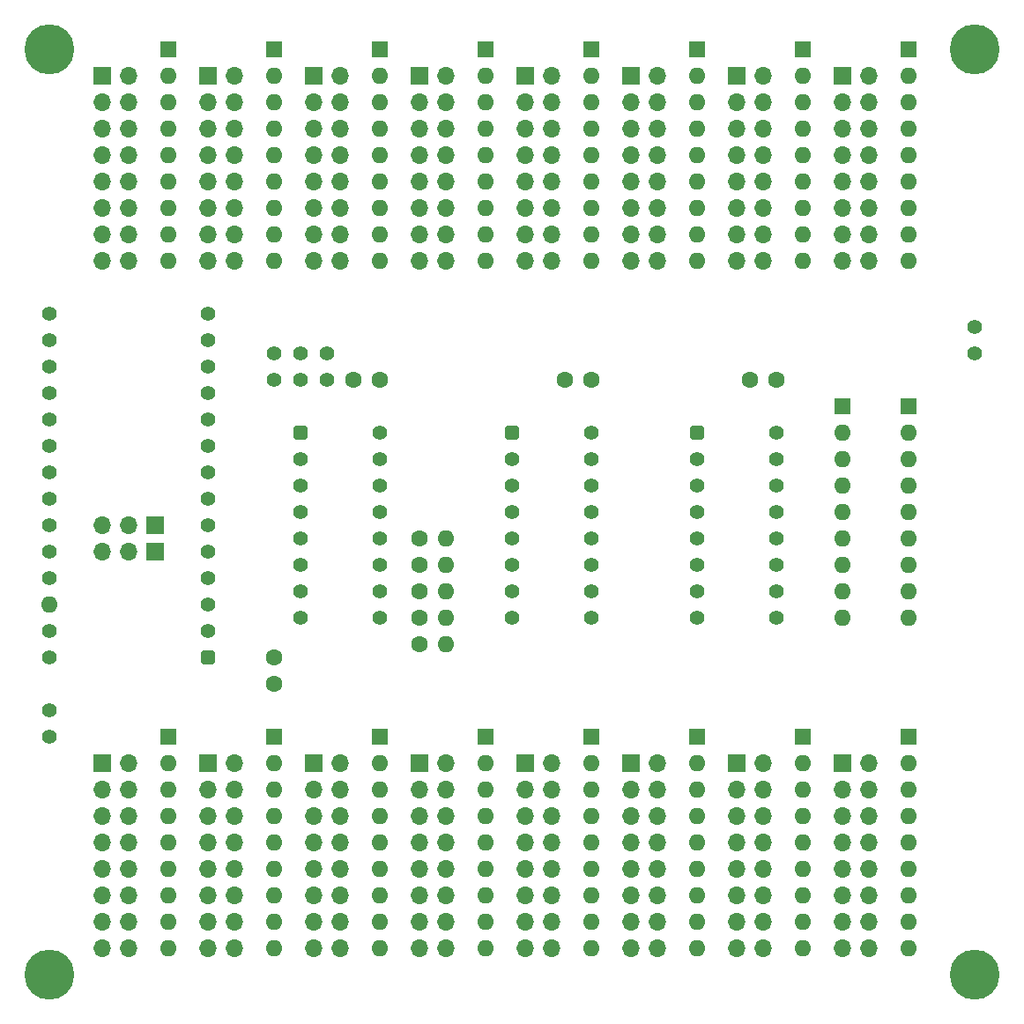
<source format=gbr>
%TF.GenerationSoftware,KiCad,Pcbnew,7.0.2-0*%
%TF.CreationDate,2024-02-04T18:50:32+09:00*%
%TF.ProjectId,cpu-rom,6370752d-726f-46d2-9e6b-696361645f70,rev?*%
%TF.SameCoordinates,Original*%
%TF.FileFunction,Soldermask,Bot*%
%TF.FilePolarity,Negative*%
%FSLAX46Y46*%
G04 Gerber Fmt 4.6, Leading zero omitted, Abs format (unit mm)*
G04 Created by KiCad (PCBNEW 7.0.2-0) date 2024-02-04 18:50:32*
%MOMM*%
%LPD*%
G01*
G04 APERTURE LIST*
G04 Aperture macros list*
%AMRoundRect*
0 Rectangle with rounded corners*
0 $1 Rounding radius*
0 $2 $3 $4 $5 $6 $7 $8 $9 X,Y pos of 4 corners*
0 Add a 4 corners polygon primitive as box body*
4,1,4,$2,$3,$4,$5,$6,$7,$8,$9,$2,$3,0*
0 Add four circle primitives for the rounded corners*
1,1,$1+$1,$2,$3*
1,1,$1+$1,$4,$5*
1,1,$1+$1,$6,$7*
1,1,$1+$1,$8,$9*
0 Add four rect primitives between the rounded corners*
20,1,$1+$1,$2,$3,$4,$5,0*
20,1,$1+$1,$4,$5,$6,$7,0*
20,1,$1+$1,$6,$7,$8,$9,0*
20,1,$1+$1,$8,$9,$2,$3,0*%
G04 Aperture macros list end*
%ADD10C,1.400000*%
%ADD11R,1.700000X1.700000*%
%ADD12O,1.700000X1.700000*%
%ADD13C,1.600000*%
%ADD14O,1.600000X1.600000*%
%ADD15RoundRect,0.350000X-0.350000X-0.350000X0.350000X-0.350000X0.350000X0.350000X-0.350000X0.350000X0*%
%ADD16R,1.600000X1.600000*%
%ADD17C,4.800000*%
%ADD18RoundRect,0.350000X0.350000X0.350000X-0.350000X0.350000X-0.350000X-0.350000X0.350000X-0.350000X0*%
G04 APERTURE END LIST*
D10*
%TO.C,TP9*%
X125730000Y-72390000D03*
X125730000Y-74930000D03*
%TD*%
%TO.C,TP8*%
X123190000Y-72390000D03*
X123190000Y-74930000D03*
%TD*%
%TO.C,TP7*%
X120650000Y-72390000D03*
X120650000Y-74930000D03*
%TD*%
D11*
%TO.C,J18*%
X109220000Y-91440000D03*
D12*
X106680000Y-91440000D03*
X104140000Y-91440000D03*
%TD*%
D11*
%TO.C,J17*%
X109220000Y-88900000D03*
D12*
X106680000Y-88900000D03*
X104140000Y-88900000D03*
%TD*%
D13*
%TO.C,R6*%
X134620000Y-100330000D03*
D14*
X137160000Y-100330000D03*
%TD*%
D13*
%TO.C,R5*%
X134620000Y-97790000D03*
D14*
X137160000Y-97790000D03*
%TD*%
D13*
%TO.C,R4*%
X134620000Y-95250000D03*
D14*
X137160000Y-95250000D03*
%TD*%
D13*
%TO.C,R3*%
X134620000Y-92710000D03*
D14*
X137160000Y-92710000D03*
%TD*%
D13*
%TO.C,R2*%
X134620000Y-90170000D03*
D14*
X137160000Y-90170000D03*
%TD*%
D15*
%TO.C,U3*%
X123190000Y-80010000D03*
D10*
X123190000Y-82550000D03*
X123190000Y-85090000D03*
X123190000Y-87630000D03*
X123190000Y-90170000D03*
X123190000Y-92710000D03*
X123190000Y-95250000D03*
X123190000Y-97790000D03*
X130810000Y-97790000D03*
X130810000Y-95250000D03*
X130810000Y-92710000D03*
X130810000Y-90170000D03*
X130810000Y-87630000D03*
X130810000Y-85090000D03*
X130810000Y-82550000D03*
X130810000Y-80010000D03*
%TD*%
D11*
%TO.C,J8*%
X175260000Y-45720000D03*
D12*
X177800000Y-45720000D03*
X175260000Y-48260000D03*
X177800000Y-48260000D03*
X175260000Y-50800000D03*
X177800000Y-50800000D03*
X175260000Y-53340000D03*
X177800000Y-53340000D03*
X175260000Y-55880000D03*
X177800000Y-55880000D03*
X175260000Y-58420000D03*
X177800000Y-58420000D03*
X175260000Y-60960000D03*
X177800000Y-60960000D03*
X175260000Y-63500000D03*
X177800000Y-63500000D03*
%TD*%
D11*
%TO.C,J7*%
X165100000Y-45720000D03*
D12*
X167640000Y-45720000D03*
X165100000Y-48260000D03*
X167640000Y-48260000D03*
X165100000Y-50800000D03*
X167640000Y-50800000D03*
X165100000Y-53340000D03*
X167640000Y-53340000D03*
X165100000Y-55880000D03*
X167640000Y-55880000D03*
X165100000Y-58420000D03*
X167640000Y-58420000D03*
X165100000Y-60960000D03*
X167640000Y-60960000D03*
X165100000Y-63500000D03*
X167640000Y-63500000D03*
%TD*%
D11*
%TO.C,J6*%
X154940000Y-45720000D03*
D12*
X157480000Y-45720000D03*
X154940000Y-48260000D03*
X157480000Y-48260000D03*
X154940000Y-50800000D03*
X157480000Y-50800000D03*
X154940000Y-53340000D03*
X157480000Y-53340000D03*
X154940000Y-55880000D03*
X157480000Y-55880000D03*
X154940000Y-58420000D03*
X157480000Y-58420000D03*
X154940000Y-60960000D03*
X157480000Y-60960000D03*
X154940000Y-63500000D03*
X157480000Y-63500000D03*
%TD*%
D11*
%TO.C,J5*%
X144780000Y-45720000D03*
D12*
X147320000Y-45720000D03*
X144780000Y-48260000D03*
X147320000Y-48260000D03*
X144780000Y-50800000D03*
X147320000Y-50800000D03*
X144780000Y-53340000D03*
X147320000Y-53340000D03*
X144780000Y-55880000D03*
X147320000Y-55880000D03*
X144780000Y-58420000D03*
X147320000Y-58420000D03*
X144780000Y-60960000D03*
X147320000Y-60960000D03*
X144780000Y-63500000D03*
X147320000Y-63500000D03*
%TD*%
D11*
%TO.C,J4*%
X134620000Y-45720000D03*
D12*
X137160000Y-45720000D03*
X134620000Y-48260000D03*
X137160000Y-48260000D03*
X134620000Y-50800000D03*
X137160000Y-50800000D03*
X134620000Y-53340000D03*
X137160000Y-53340000D03*
X134620000Y-55880000D03*
X137160000Y-55880000D03*
X134620000Y-58420000D03*
X137160000Y-58420000D03*
X134620000Y-60960000D03*
X137160000Y-60960000D03*
X134620000Y-63500000D03*
X137160000Y-63500000D03*
%TD*%
D11*
%TO.C,J3*%
X124460000Y-45720000D03*
D12*
X127000000Y-45720000D03*
X124460000Y-48260000D03*
X127000000Y-48260000D03*
X124460000Y-50800000D03*
X127000000Y-50800000D03*
X124460000Y-53340000D03*
X127000000Y-53340000D03*
X124460000Y-55880000D03*
X127000000Y-55880000D03*
X124460000Y-58420000D03*
X127000000Y-58420000D03*
X124460000Y-60960000D03*
X127000000Y-60960000D03*
X124460000Y-63500000D03*
X127000000Y-63500000D03*
%TD*%
D11*
%TO.C,J2*%
X114300000Y-45720000D03*
D12*
X116840000Y-45720000D03*
X114300000Y-48260000D03*
X116840000Y-48260000D03*
X114300000Y-50800000D03*
X116840000Y-50800000D03*
X114300000Y-53340000D03*
X116840000Y-53340000D03*
X114300000Y-55880000D03*
X116840000Y-55880000D03*
X114300000Y-58420000D03*
X116840000Y-58420000D03*
X114300000Y-60960000D03*
X116840000Y-60960000D03*
X114300000Y-63500000D03*
X116840000Y-63500000D03*
%TD*%
D11*
%TO.C,J1*%
X104140000Y-45720000D03*
D12*
X106680000Y-45720000D03*
X104140000Y-48260000D03*
X106680000Y-48260000D03*
X104140000Y-50800000D03*
X106680000Y-50800000D03*
X104140000Y-53340000D03*
X106680000Y-53340000D03*
X104140000Y-55880000D03*
X106680000Y-55880000D03*
X104140000Y-58420000D03*
X106680000Y-58420000D03*
X104140000Y-60960000D03*
X106680000Y-60960000D03*
X104140000Y-63500000D03*
X106680000Y-63500000D03*
%TD*%
D16*
%TO.C,D8*%
X181610000Y-43165000D03*
D14*
X181610000Y-45705000D03*
X181610000Y-48245000D03*
X181610000Y-50785000D03*
X181610000Y-53325000D03*
X181610000Y-55865000D03*
X181610000Y-58405000D03*
X181610000Y-60945000D03*
X181610000Y-63485000D03*
%TD*%
D16*
%TO.C,D7*%
X171450000Y-43180000D03*
D14*
X171450000Y-45720000D03*
X171450000Y-48260000D03*
X171450000Y-50800000D03*
X171450000Y-53340000D03*
X171450000Y-55880000D03*
X171450000Y-58420000D03*
X171450000Y-60960000D03*
X171450000Y-63500000D03*
%TD*%
D16*
%TO.C,D6*%
X161290000Y-43180000D03*
D14*
X161290000Y-45720000D03*
X161290000Y-48260000D03*
X161290000Y-50800000D03*
X161290000Y-53340000D03*
X161290000Y-55880000D03*
X161290000Y-58420000D03*
X161290000Y-60960000D03*
X161290000Y-63500000D03*
%TD*%
D16*
%TO.C,D5*%
X151130000Y-43180000D03*
D14*
X151130000Y-45720000D03*
X151130000Y-48260000D03*
X151130000Y-50800000D03*
X151130000Y-53340000D03*
X151130000Y-55880000D03*
X151130000Y-58420000D03*
X151130000Y-60960000D03*
X151130000Y-63500000D03*
%TD*%
D16*
%TO.C,D4*%
X140970000Y-43180000D03*
D14*
X140970000Y-45720000D03*
X140970000Y-48260000D03*
X140970000Y-50800000D03*
X140970000Y-53340000D03*
X140970000Y-55880000D03*
X140970000Y-58420000D03*
X140970000Y-60960000D03*
X140970000Y-63500000D03*
%TD*%
D16*
%TO.C,D3*%
X130810000Y-43180000D03*
D14*
X130810000Y-45720000D03*
X130810000Y-48260000D03*
X130810000Y-50800000D03*
X130810000Y-53340000D03*
X130810000Y-55880000D03*
X130810000Y-58420000D03*
X130810000Y-60960000D03*
X130810000Y-63500000D03*
%TD*%
D16*
%TO.C,D2*%
X120650000Y-43180000D03*
D14*
X120650000Y-45720000D03*
X120650000Y-48260000D03*
X120650000Y-50800000D03*
X120650000Y-53340000D03*
X120650000Y-55880000D03*
X120650000Y-58420000D03*
X120650000Y-60960000D03*
X120650000Y-63500000D03*
%TD*%
D16*
%TO.C,D1*%
X110490000Y-43180000D03*
D14*
X110490000Y-45720000D03*
X110490000Y-48260000D03*
X110490000Y-50800000D03*
X110490000Y-53340000D03*
X110490000Y-55880000D03*
X110490000Y-58420000D03*
X110490000Y-60960000D03*
X110490000Y-63500000D03*
%TD*%
D11*
%TO.C,J12*%
X134620000Y-111760000D03*
D12*
X137160000Y-111760000D03*
X134620000Y-114300000D03*
X137160000Y-114300000D03*
X134620000Y-116840000D03*
X137160000Y-116840000D03*
X134620000Y-119380000D03*
X137160000Y-119380000D03*
X134620000Y-121920000D03*
X137160000Y-121920000D03*
X134620000Y-124460000D03*
X137160000Y-124460000D03*
X134620000Y-127000000D03*
X137160000Y-127000000D03*
X134620000Y-129540000D03*
X137160000Y-129540000D03*
%TD*%
D11*
%TO.C,J15*%
X165100000Y-111760000D03*
D12*
X167640000Y-111760000D03*
X165100000Y-114300000D03*
X167640000Y-114300000D03*
X165100000Y-116840000D03*
X167640000Y-116840000D03*
X165100000Y-119380000D03*
X167640000Y-119380000D03*
X165100000Y-121920000D03*
X167640000Y-121920000D03*
X165100000Y-124460000D03*
X167640000Y-124460000D03*
X165100000Y-127000000D03*
X167640000Y-127000000D03*
X165100000Y-129540000D03*
X167640000Y-129540000D03*
%TD*%
D11*
%TO.C,J16*%
X175260000Y-111760000D03*
D12*
X177800000Y-111760000D03*
X175260000Y-114300000D03*
X177800000Y-114300000D03*
X175260000Y-116840000D03*
X177800000Y-116840000D03*
X175260000Y-119380000D03*
X177800000Y-119380000D03*
X175260000Y-121920000D03*
X177800000Y-121920000D03*
X175260000Y-124460000D03*
X177800000Y-124460000D03*
X175260000Y-127000000D03*
X177800000Y-127000000D03*
X175260000Y-129540000D03*
X177800000Y-129540000D03*
%TD*%
D11*
%TO.C,J14*%
X154940000Y-111760000D03*
D12*
X157480000Y-111760000D03*
X154940000Y-114300000D03*
X157480000Y-114300000D03*
X154940000Y-116840000D03*
X157480000Y-116840000D03*
X154940000Y-119380000D03*
X157480000Y-119380000D03*
X154940000Y-121920000D03*
X157480000Y-121920000D03*
X154940000Y-124460000D03*
X157480000Y-124460000D03*
X154940000Y-127000000D03*
X157480000Y-127000000D03*
X154940000Y-129540000D03*
X157480000Y-129540000D03*
%TD*%
D11*
%TO.C,J10*%
X114300000Y-111760000D03*
D12*
X116840000Y-111760000D03*
X114300000Y-114300000D03*
X116840000Y-114300000D03*
X114300000Y-116840000D03*
X116840000Y-116840000D03*
X114300000Y-119380000D03*
X116840000Y-119380000D03*
X114300000Y-121920000D03*
X116840000Y-121920000D03*
X114300000Y-124460000D03*
X116840000Y-124460000D03*
X114300000Y-127000000D03*
X116840000Y-127000000D03*
X114300000Y-129540000D03*
X116840000Y-129540000D03*
%TD*%
D11*
%TO.C,J11*%
X124460000Y-111760000D03*
D12*
X127000000Y-111760000D03*
X124460000Y-114300000D03*
X127000000Y-114300000D03*
X124460000Y-116840000D03*
X127000000Y-116840000D03*
X124460000Y-119380000D03*
X127000000Y-119380000D03*
X124460000Y-121920000D03*
X127000000Y-121920000D03*
X124460000Y-124460000D03*
X127000000Y-124460000D03*
X124460000Y-127000000D03*
X127000000Y-127000000D03*
X124460000Y-129540000D03*
X127000000Y-129540000D03*
%TD*%
D11*
%TO.C,J9*%
X104140000Y-111760000D03*
D12*
X106680000Y-111760000D03*
X104140000Y-114300000D03*
X106680000Y-114300000D03*
X104140000Y-116840000D03*
X106680000Y-116840000D03*
X104140000Y-119380000D03*
X106680000Y-119380000D03*
X104140000Y-121920000D03*
X106680000Y-121920000D03*
X104140000Y-124460000D03*
X106680000Y-124460000D03*
X104140000Y-127000000D03*
X106680000Y-127000000D03*
X104140000Y-129540000D03*
X106680000Y-129540000D03*
%TD*%
D11*
%TO.C,J13*%
X144780000Y-111760000D03*
D12*
X147320000Y-111760000D03*
X144780000Y-114300000D03*
X147320000Y-114300000D03*
X144780000Y-116840000D03*
X147320000Y-116840000D03*
X144780000Y-119380000D03*
X147320000Y-119380000D03*
X144780000Y-121920000D03*
X147320000Y-121920000D03*
X144780000Y-124460000D03*
X147320000Y-124460000D03*
X144780000Y-127000000D03*
X147320000Y-127000000D03*
X144780000Y-129540000D03*
X147320000Y-129540000D03*
%TD*%
D13*
%TO.C,C3*%
X128270000Y-74930000D03*
X130810000Y-74930000D03*
%TD*%
D16*
%TO.C,D17*%
X175260000Y-77470000D03*
D14*
X175260000Y-80010000D03*
X175260000Y-82550000D03*
X175260000Y-85090000D03*
X175260000Y-87630000D03*
X175260000Y-90170000D03*
X175260000Y-92710000D03*
X175260000Y-95250000D03*
X175260000Y-97790000D03*
%TD*%
D10*
%TO.C,TP6*%
X187960000Y-69850000D03*
X187960000Y-72390000D03*
%TD*%
%TO.C,TP5*%
X99060000Y-106700000D03*
X99060000Y-109240000D03*
%TD*%
D17*
%TO.C,TP4*%
X187960000Y-132080000D03*
%TD*%
%TO.C,TP3*%
X99060000Y-132080000D03*
%TD*%
%TO.C,TP2*%
X187960000Y-43180000D03*
%TD*%
%TO.C,TP1*%
X99060000Y-43180000D03*
%TD*%
D16*
%TO.C,D13*%
X151130000Y-109220000D03*
D14*
X151130000Y-111760000D03*
X151130000Y-114300000D03*
X151130000Y-116840000D03*
X151130000Y-119380000D03*
X151130000Y-121920000D03*
X151130000Y-124460000D03*
X151130000Y-127000000D03*
X151130000Y-129540000D03*
%TD*%
D16*
%TO.C,R1*%
X181610000Y-77470000D03*
D14*
X181610000Y-80010000D03*
X181610000Y-82550000D03*
X181610000Y-85090000D03*
X181610000Y-87630000D03*
X181610000Y-90170000D03*
X181610000Y-92710000D03*
X181610000Y-95250000D03*
X181610000Y-97790000D03*
%TD*%
D16*
%TO.C,D14*%
X161290000Y-109220000D03*
D14*
X161290000Y-111760000D03*
X161290000Y-114300000D03*
X161290000Y-116840000D03*
X161290000Y-119380000D03*
X161290000Y-121920000D03*
X161290000Y-124460000D03*
X161290000Y-127000000D03*
X161290000Y-129540000D03*
%TD*%
D15*
%TO.C,U1*%
X143510000Y-80010000D03*
D10*
X143510000Y-82550000D03*
X143510000Y-85090000D03*
X143510000Y-87630000D03*
X143510000Y-90170000D03*
X143510000Y-92710000D03*
X143510000Y-95250000D03*
X143510000Y-97790000D03*
X151130000Y-97790000D03*
X151130000Y-95250000D03*
X151130000Y-92710000D03*
X151130000Y-90170000D03*
X151130000Y-87630000D03*
X151130000Y-85090000D03*
X151130000Y-82550000D03*
X151130000Y-80010000D03*
%TD*%
D16*
%TO.C,D16*%
X181610000Y-109220000D03*
D14*
X181610000Y-111760000D03*
X181610000Y-114300000D03*
X181610000Y-116840000D03*
X181610000Y-119380000D03*
X181610000Y-121920000D03*
X181610000Y-124460000D03*
X181610000Y-127000000D03*
X181610000Y-129540000D03*
%TD*%
D13*
%TO.C,C1*%
X148590000Y-74930000D03*
X151130000Y-74930000D03*
%TD*%
D16*
%TO.C,D12*%
X140970000Y-109220000D03*
D14*
X140970000Y-111760000D03*
X140970000Y-114300000D03*
X140970000Y-116840000D03*
X140970000Y-119380000D03*
X140970000Y-121920000D03*
X140970000Y-124460000D03*
X140970000Y-127000000D03*
X140970000Y-129540000D03*
%TD*%
D16*
%TO.C,D9*%
X110490000Y-109220000D03*
D14*
X110490000Y-111760000D03*
X110490000Y-114300000D03*
X110490000Y-116840000D03*
X110490000Y-119380000D03*
X110490000Y-121920000D03*
X110490000Y-124460000D03*
X110490000Y-127000000D03*
X110490000Y-129540000D03*
%TD*%
D16*
%TO.C,D15*%
X171450000Y-109220000D03*
D14*
X171450000Y-111760000D03*
X171450000Y-114300000D03*
X171450000Y-116840000D03*
X171450000Y-119380000D03*
X171450000Y-121920000D03*
X171450000Y-124460000D03*
X171450000Y-127000000D03*
X171450000Y-129540000D03*
%TD*%
D13*
%TO.C,C2*%
X166370000Y-74930000D03*
X168910000Y-74930000D03*
%TD*%
D18*
%TO.C,IC6*%
X114300000Y-101600000D03*
D10*
X114300000Y-99060000D03*
X114300000Y-96520000D03*
X114300000Y-93980000D03*
X114300000Y-91440000D03*
X114300000Y-88900000D03*
X114300000Y-86360000D03*
X114300000Y-83820000D03*
X114300000Y-81280000D03*
X114300000Y-78740000D03*
X114300000Y-76200000D03*
X114300000Y-73660000D03*
X114300000Y-71120000D03*
X114300000Y-68580000D03*
X99060000Y-68580000D03*
X99060000Y-71120000D03*
X99060000Y-73660000D03*
X99060000Y-76200000D03*
X99060000Y-78740000D03*
X99060000Y-81280000D03*
X99060000Y-83820000D03*
X99060000Y-86360000D03*
X99060000Y-88900000D03*
X99060000Y-91440000D03*
X99060000Y-93980000D03*
D14*
X99060000Y-96520000D03*
D10*
X99060000Y-99060000D03*
X99060000Y-101600000D03*
%TD*%
D15*
%TO.C,U2*%
X161290000Y-80010000D03*
D10*
X161290000Y-82550000D03*
X161290000Y-85090000D03*
X161290000Y-87630000D03*
X161290000Y-90170000D03*
X161290000Y-92710000D03*
X161290000Y-95250000D03*
X161290000Y-97790000D03*
X168910000Y-97790000D03*
X168910000Y-95250000D03*
X168910000Y-92710000D03*
X168910000Y-90170000D03*
X168910000Y-87630000D03*
X168910000Y-85090000D03*
X168910000Y-82550000D03*
X168910000Y-80010000D03*
%TD*%
D16*
%TO.C,D10*%
X120650000Y-109220000D03*
D14*
X120650000Y-111760000D03*
X120650000Y-114300000D03*
X120650000Y-116840000D03*
X120650000Y-119380000D03*
X120650000Y-121920000D03*
X120650000Y-124460000D03*
X120650000Y-127000000D03*
X120650000Y-129540000D03*
%TD*%
D16*
%TO.C,D11*%
X130810000Y-109220000D03*
D14*
X130810000Y-111760000D03*
X130810000Y-114300000D03*
X130810000Y-116840000D03*
X130810000Y-119380000D03*
X130810000Y-121920000D03*
X130810000Y-124460000D03*
X130810000Y-127000000D03*
X130810000Y-129540000D03*
%TD*%
D13*
%TO.C,C4*%
X120650000Y-101600000D03*
X120650000Y-104140000D03*
%TD*%
M02*

</source>
